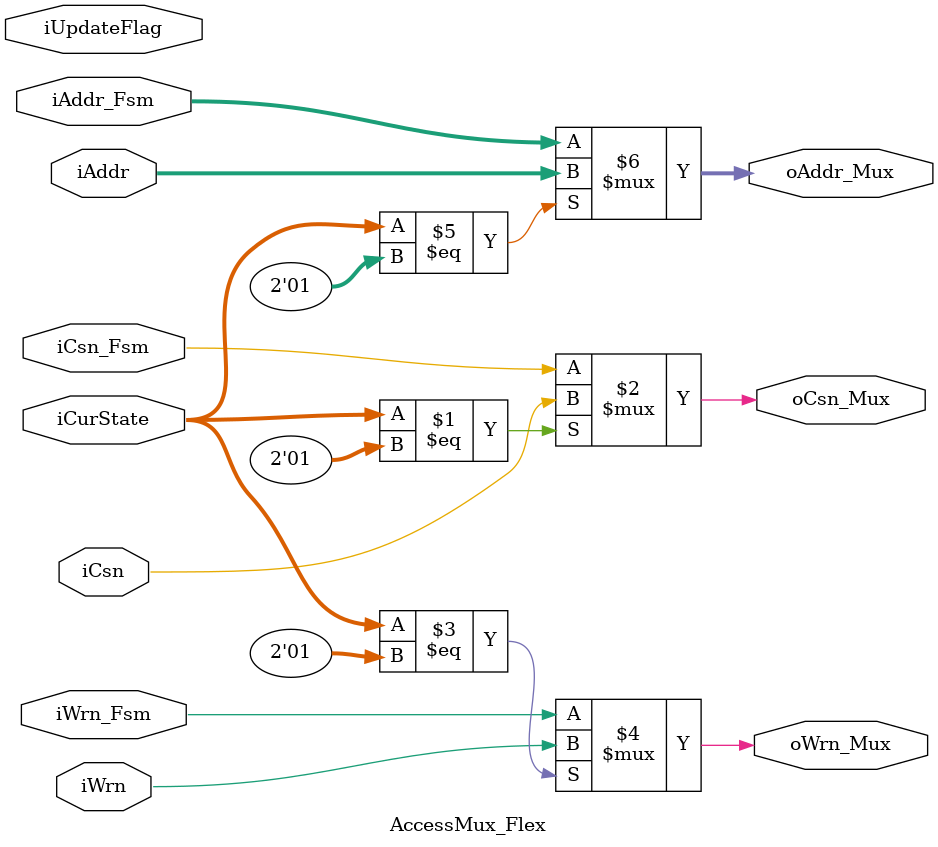
<source format=v>
/*******************************************************************
  - Project          : 2025 Team Project Flex
  - File name        : AccssMux_Flex.v
  - Description      : RAM read & write access multiplexer
  - Owner            : Flex
  - Revision history : 1) 2025.11.28 : Initial release
                       2) 2025.11.30 : 
*******************************************************************/

`timescale 1ns/10ps

module AccessMux_Flex (

  // Update flag
  input            iUpdateFlag,
  
  // Current FSM state
  input  [1:0]     iCurState,


  // SP-SRAM write input from Top
  input            iCsn,
  input            iWrn,
  input  [3:0]     iAddr,


  // SP-SRAM read input form FSM
  input            iCsn_Fsm,
  input            iWrn_Fsm,
  input  [3:0]     iAddr_Fsm,


  // SpSram.v access output to SpSram.v
  output            oCsn_Mux,
  output            oWrn_Mux,
  output  [3:0]     oAddr_Mux

  );

  // FSM state parameters (must match FSM_Flex.v)
  localparam p_Idle   = 2'b00;
  localparam p_Update = 2'b01;
  localparam p_MemRd  = 2'b10;


  /*************************************************************/
  // Mux. function
  // Use FSM state instead of iUpdateFlag to avoid timing issue
  // SRAM access is controlled only when FSM is in Update state
  /*************************************************************/
  // Csn mux
  assign oCsn_Mux  = (iCurState == p_Update) ? iCsn : iCsn_Fsm;

  // Wrn mux
  assign oWrn_Mux  = (iCurState == p_Update) ? iWrn : iWrn_Fsm;

  // Addr mux
  assign oAddr_Mux = (iCurState == p_Update) ? iAddr[3:0] : iAddr_Fsm[3:0];


endmodule

</source>
